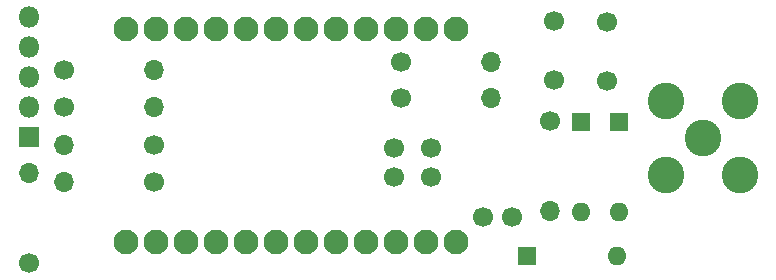
<source format=gbr>
%TF.GenerationSoftware,KiCad,Pcbnew,(5.1.6-0-10_14)*%
%TF.CreationDate,2021-03-20T12:43:37-06:00*%
%TF.ProjectId,rf_dummy_50ohm_20W,72665f64-756d-46d7-995f-35306f686d5f,rev?*%
%TF.SameCoordinates,Original*%
%TF.FileFunction,Soldermask,Bot*%
%TF.FilePolarity,Negative*%
%FSLAX46Y46*%
G04 Gerber Fmt 4.6, Leading zero omitted, Abs format (unit mm)*
G04 Created by KiCad (PCBNEW (5.1.6-0-10_14)) date 2021-03-20 12:43:37*
%MOMM*%
%LPD*%
G01*
G04 APERTURE LIST*
%ADD10O,1.700000X1.700000*%
%ADD11C,1.700000*%
%ADD12O,1.600000X1.600000*%
%ADD13R,1.600000X1.600000*%
%ADD14C,2.100000*%
%ADD15C,3.100000*%
%ADD16O,1.800000X1.800000*%
%ADD17R,1.800000X1.800000*%
G04 APERTURE END LIST*
D10*
%TO.C,R10*%
X128016000Y-95123000D03*
D11*
X120396000Y-95123000D03*
%TD*%
D10*
%TO.C,R9*%
X128016000Y-91948000D03*
D11*
X120396000Y-91948000D03*
%TD*%
D10*
%TO.C,R8*%
X120396000Y-98298000D03*
D11*
X128016000Y-98298000D03*
%TD*%
D10*
%TO.C,R7*%
X117475000Y-100711000D03*
D11*
X117475000Y-108331000D03*
%TD*%
D10*
%TO.C,R6*%
X120396000Y-101473000D03*
D11*
X128016000Y-101473000D03*
%TD*%
%TO.C,C4*%
X151511000Y-101052000D03*
X151511000Y-98552000D03*
%TD*%
%TO.C,C5*%
X148336000Y-101052000D03*
X148336000Y-98552000D03*
%TD*%
D10*
%TO.C,R5*%
X161544000Y-103886000D03*
D11*
X161544000Y-96266000D03*
%TD*%
D10*
%TO.C,R4*%
X156591000Y-94361000D03*
D11*
X148971000Y-94361000D03*
%TD*%
D10*
%TO.C,R3*%
X156591000Y-91313000D03*
D11*
X148971000Y-91313000D03*
%TD*%
D12*
%TO.C,D1*%
X167259000Y-107696000D03*
D13*
X159639000Y-107696000D03*
%TD*%
D11*
%TO.C,C2*%
X158369000Y-104394000D03*
X155869000Y-104394000D03*
%TD*%
D12*
%TO.C,D3*%
X164211000Y-104013000D03*
D13*
X164211000Y-96393000D03*
%TD*%
D14*
%TO.C,U4*%
X125667762Y-88461500D03*
X128207762Y-88461500D03*
X130747762Y-88461500D03*
X133287762Y-88461500D03*
X135827762Y-88461500D03*
X138367762Y-88461500D03*
X140907762Y-88461500D03*
X143447762Y-88461500D03*
X145987762Y-88461500D03*
X148527762Y-88461500D03*
X151067762Y-88461500D03*
X153607762Y-88461500D03*
X153607762Y-106561500D03*
X151067762Y-106561500D03*
X148527762Y-106561500D03*
X145987762Y-106561500D03*
X143447762Y-106561500D03*
X140907762Y-106561500D03*
X138367762Y-106561500D03*
X135827762Y-106561500D03*
X133287762Y-106561500D03*
X130747762Y-106561500D03*
X128207762Y-106561500D03*
X125667762Y-106561500D03*
%TD*%
D15*
%TO.C,J1*%
X177628000Y-100875000D03*
X174498000Y-97745000D03*
X171368000Y-100875000D03*
X177628000Y-94615000D03*
X171368000Y-94615000D03*
%TD*%
D16*
%TO.C,J2*%
X117475000Y-87503000D03*
X117475000Y-90043000D03*
X117475000Y-92583000D03*
X117475000Y-95123000D03*
D17*
X117475000Y-97663000D03*
%TD*%
D12*
%TO.C,D2*%
X167386000Y-104013000D03*
D13*
X167386000Y-96393000D03*
%TD*%
D11*
%TO.C,C3*%
X166370000Y-87884000D03*
X166370000Y-92884000D03*
%TD*%
%TO.C,C1*%
X161925000Y-87837000D03*
X161925000Y-92837000D03*
%TD*%
M02*

</source>
